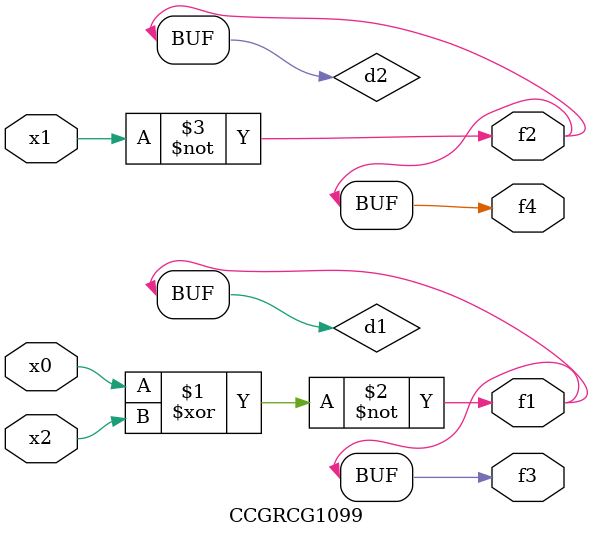
<source format=v>
module CCGRCG1099(
	input x0, x1, x2,
	output f1, f2, f3, f4
);

	wire d1, d2, d3;

	xnor (d1, x0, x2);
	nand (d2, x1);
	nor (d3, x1, x2);
	assign f1 = d1;
	assign f2 = d2;
	assign f3 = d1;
	assign f4 = d2;
endmodule

</source>
